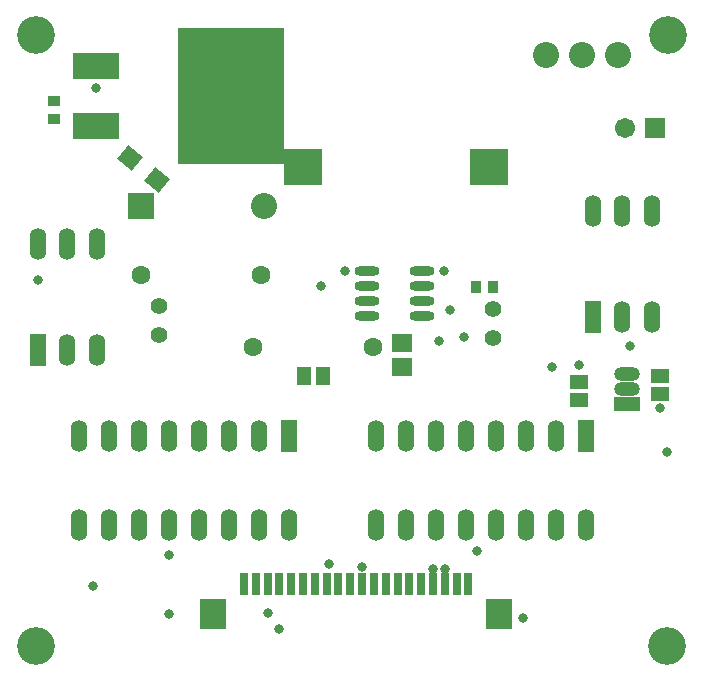
<source format=gts>
G04*
G04 #@! TF.GenerationSoftware,Altium Limited,Altium Designer,18.1.7 (191)*
G04*
G04 Layer_Color=8388736*
%FSLAX25Y25*%
%MOIN*%
G70*
G01*
G75*
%ADD28R,0.06312X0.05131*%
%ADD29R,0.35800X0.45800*%
%ADD30R,0.15800X0.08800*%
%ADD31R,0.12611X0.12217*%
%ADD32O,0.08280X0.03162*%
%ADD33R,0.02760X0.07500*%
%ADD34R,0.09100X0.10200*%
G04:AMPARAMS|DCode=35|XSize=59.18mil|YSize=63.12mil|CornerRadius=0mil|HoleSize=0mil|Usage=FLASHONLY|Rotation=50.000|XOffset=0mil|YOffset=0mil|HoleType=Round|Shape=Rectangle|*
%AMROTATEDRECTD35*
4,1,4,0.00516,-0.04295,-0.04320,-0.00238,-0.00516,0.04295,0.04320,0.00238,0.00516,-0.04295,0.0*
%
%ADD35ROTATEDRECTD35*%

%ADD36R,0.03556X0.04343*%
%ADD37R,0.04343X0.03556*%
%ADD38R,0.06902X0.06115*%
%ADD39R,0.04540X0.06115*%
%ADD40O,0.05524X0.10642*%
%ADD41R,0.05524X0.10642*%
%ADD42C,0.06312*%
%ADD43C,0.08674*%
%ADD44R,0.08674X0.08674*%
%ADD45R,0.08674X0.04737*%
%ADD46O,0.08674X0.04737*%
%ADD47C,0.12611*%
%ADD48C,0.06706*%
%ADD49R,0.06706X0.06706*%
%ADD50C,0.05524*%
%ADD51C,0.03162*%
D28*
X527953Y360039D02*
D03*
Y365945D02*
D03*
X500894Y358059D02*
D03*
Y363965D02*
D03*
D29*
X385039Y459449D02*
D03*
D30*
X340039Y469449D02*
D03*
Y449449D02*
D03*
D31*
X470905Y435500D02*
D03*
X409094D02*
D03*
D32*
X448752Y386000D02*
D03*
Y391000D02*
D03*
Y396000D02*
D03*
Y401000D02*
D03*
X430248Y386000D02*
D03*
Y391000D02*
D03*
Y396000D02*
D03*
Y401000D02*
D03*
D33*
X389334Y296457D02*
D03*
X393274D02*
D03*
X397214D02*
D03*
X401154D02*
D03*
X405094D02*
D03*
X448404D02*
D03*
X452344D02*
D03*
X456284D02*
D03*
X460224D02*
D03*
X464164D02*
D03*
X424793D02*
D03*
X420853D02*
D03*
X416913D02*
D03*
X412973D02*
D03*
X409033D02*
D03*
X428731D02*
D03*
X432671D02*
D03*
X436611D02*
D03*
X440551D02*
D03*
X444491D02*
D03*
D34*
X379114Y286457D02*
D03*
X474384D02*
D03*
D35*
X351500Y438500D02*
D03*
X360246Y431161D02*
D03*
D36*
X472453Y395500D02*
D03*
X466547D02*
D03*
D37*
X325984Y457677D02*
D03*
Y451772D02*
D03*
D38*
X442000Y376937D02*
D03*
Y369063D02*
D03*
D39*
X409350Y366000D02*
D03*
X415650D02*
D03*
D40*
X433465Y316142D02*
D03*
X443465D02*
D03*
X453465D02*
D03*
X463465D02*
D03*
X473465D02*
D03*
X483465D02*
D03*
X493465D02*
D03*
X503465D02*
D03*
X433465Y346063D02*
D03*
X443465D02*
D03*
X453465D02*
D03*
X463465D02*
D03*
X473465D02*
D03*
X483465D02*
D03*
X493465D02*
D03*
X334252Y316142D02*
D03*
X344252D02*
D03*
X354252D02*
D03*
X364252D02*
D03*
X374252D02*
D03*
X384252D02*
D03*
X394252D02*
D03*
X404252D02*
D03*
X334252Y346063D02*
D03*
X344252D02*
D03*
X354252D02*
D03*
X364252D02*
D03*
X374252D02*
D03*
X384252D02*
D03*
X394252D02*
D03*
X340342Y409933D02*
D03*
X330500D02*
D03*
X320657D02*
D03*
X330500Y374500D02*
D03*
X340342D02*
D03*
X525343Y385500D02*
D03*
X515500D02*
D03*
X505657Y420933D02*
D03*
X515500D02*
D03*
X525343D02*
D03*
D41*
X503465Y346063D02*
D03*
X404252D02*
D03*
X320657Y374500D02*
D03*
X505657Y385500D02*
D03*
D42*
X432500Y375500D02*
D03*
X392500D02*
D03*
X395000Y399500D02*
D03*
X355000D02*
D03*
D43*
X396091Y422500D02*
D03*
X490000Y473000D02*
D03*
X502000D02*
D03*
X514000D02*
D03*
D44*
X354909Y422500D02*
D03*
D45*
X516894Y356512D02*
D03*
D46*
Y361512D02*
D03*
Y366512D02*
D03*
D47*
X530500Y275996D02*
D03*
X530709Y479528D02*
D03*
X319921Y275996D02*
D03*
X320079Y479528D02*
D03*
D48*
X516500Y448500D02*
D03*
D49*
X526500D02*
D03*
D50*
X361000Y389342D02*
D03*
Y379500D02*
D03*
X472500Y378500D02*
D03*
Y388342D02*
D03*
D51*
X340158Y461811D02*
D03*
X338976Y296063D02*
D03*
X457874Y387795D02*
D03*
X397244Y287008D02*
D03*
X527894Y355287D02*
D03*
X530500Y340760D02*
D03*
X401154Y281496D02*
D03*
X364252Y306445D02*
D03*
Y286457D02*
D03*
X417717Y303150D02*
D03*
X428731Y302353D02*
D03*
X466929Y307480D02*
D03*
X456284Y301560D02*
D03*
X452344Y301557D02*
D03*
X482283Y285433D02*
D03*
X462730Y379000D02*
D03*
X454500Y377500D02*
D03*
X517894Y376012D02*
D03*
X456000Y401000D02*
D03*
X423000D02*
D03*
X415000Y396000D02*
D03*
X320657Y398000D02*
D03*
X492000Y369000D02*
D03*
X500894Y369512D02*
D03*
M02*

</source>
